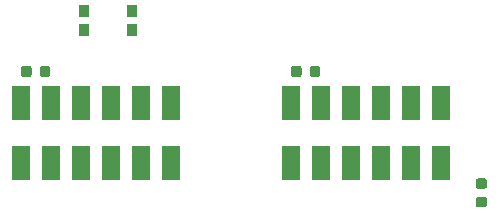
<source format=gbr>
G04 #@! TF.GenerationSoftware,KiCad,Pcbnew,5.1.4+dfsg1-1*
G04 #@! TF.CreationDate,2019-11-20T21:28:11-08:00*
G04 #@! TF.ProjectId,feather-wing-pmod,66656174-6865-4722-9d77-696e672d706d,rev?*
G04 #@! TF.SameCoordinates,PX791ddc0PY4d83c00*
G04 #@! TF.FileFunction,Paste,Top*
G04 #@! TF.FilePolarity,Positive*
%FSLAX46Y46*%
G04 Gerber Fmt 4.6, Leading zero omitted, Abs format (unit mm)*
G04 Created by KiCad (PCBNEW 5.1.4+dfsg1-1) date 2019-11-20 21:28:11*
%MOMM*%
%LPD*%
G04 APERTURE LIST*
%ADD10R,0.900000X1.000000*%
%ADD11R,1.500000X3.000000*%
%ADD12C,0.100000*%
%ADD13C,0.875000*%
G04 APERTURE END LIST*
D10*
X10559000Y-2705000D03*
X10559000Y-1105000D03*
X6459000Y-2705000D03*
X6459000Y-1105000D03*
D11*
X24003000Y-13970000D03*
X24003000Y-8890000D03*
X26543000Y-13970000D03*
X26543000Y-8890000D03*
X29083000Y-13970000D03*
X29083000Y-8890000D03*
X31623000Y-13970000D03*
X31623000Y-8890000D03*
X34163000Y-13970000D03*
X34163000Y-8890000D03*
X36703000Y-13970000D03*
X36703000Y-8890000D03*
X1143000Y-13970000D03*
X1143000Y-8890000D03*
X3683000Y-13970000D03*
X3683000Y-8890000D03*
X6223000Y-13970000D03*
X6223000Y-8890000D03*
X8763000Y-13970000D03*
X8763000Y-8890000D03*
X11303000Y-13970000D03*
X11303000Y-8890000D03*
X13843000Y-13970000D03*
X13843000Y-8890000D03*
D12*
G36*
X40409691Y-15286053D02*
G01*
X40430926Y-15289203D01*
X40451750Y-15294419D01*
X40471962Y-15301651D01*
X40491368Y-15310830D01*
X40509781Y-15321866D01*
X40527024Y-15334654D01*
X40542930Y-15349070D01*
X40557346Y-15364976D01*
X40570134Y-15382219D01*
X40581170Y-15400632D01*
X40590349Y-15420038D01*
X40597581Y-15440250D01*
X40602797Y-15461074D01*
X40605947Y-15482309D01*
X40607000Y-15503750D01*
X40607000Y-15941250D01*
X40605947Y-15962691D01*
X40602797Y-15983926D01*
X40597581Y-16004750D01*
X40590349Y-16024962D01*
X40581170Y-16044368D01*
X40570134Y-16062781D01*
X40557346Y-16080024D01*
X40542930Y-16095930D01*
X40527024Y-16110346D01*
X40509781Y-16123134D01*
X40491368Y-16134170D01*
X40471962Y-16143349D01*
X40451750Y-16150581D01*
X40430926Y-16155797D01*
X40409691Y-16158947D01*
X40388250Y-16160000D01*
X39875750Y-16160000D01*
X39854309Y-16158947D01*
X39833074Y-16155797D01*
X39812250Y-16150581D01*
X39792038Y-16143349D01*
X39772632Y-16134170D01*
X39754219Y-16123134D01*
X39736976Y-16110346D01*
X39721070Y-16095930D01*
X39706654Y-16080024D01*
X39693866Y-16062781D01*
X39682830Y-16044368D01*
X39673651Y-16024962D01*
X39666419Y-16004750D01*
X39661203Y-15983926D01*
X39658053Y-15962691D01*
X39657000Y-15941250D01*
X39657000Y-15503750D01*
X39658053Y-15482309D01*
X39661203Y-15461074D01*
X39666419Y-15440250D01*
X39673651Y-15420038D01*
X39682830Y-15400632D01*
X39693866Y-15382219D01*
X39706654Y-15364976D01*
X39721070Y-15349070D01*
X39736976Y-15334654D01*
X39754219Y-15321866D01*
X39772632Y-15310830D01*
X39792038Y-15301651D01*
X39812250Y-15294419D01*
X39833074Y-15289203D01*
X39854309Y-15286053D01*
X39875750Y-15285000D01*
X40388250Y-15285000D01*
X40409691Y-15286053D01*
X40409691Y-15286053D01*
G37*
D13*
X40132000Y-15722500D03*
D12*
G36*
X40409691Y-16861053D02*
G01*
X40430926Y-16864203D01*
X40451750Y-16869419D01*
X40471962Y-16876651D01*
X40491368Y-16885830D01*
X40509781Y-16896866D01*
X40527024Y-16909654D01*
X40542930Y-16924070D01*
X40557346Y-16939976D01*
X40570134Y-16957219D01*
X40581170Y-16975632D01*
X40590349Y-16995038D01*
X40597581Y-17015250D01*
X40602797Y-17036074D01*
X40605947Y-17057309D01*
X40607000Y-17078750D01*
X40607000Y-17516250D01*
X40605947Y-17537691D01*
X40602797Y-17558926D01*
X40597581Y-17579750D01*
X40590349Y-17599962D01*
X40581170Y-17619368D01*
X40570134Y-17637781D01*
X40557346Y-17655024D01*
X40542930Y-17670930D01*
X40527024Y-17685346D01*
X40509781Y-17698134D01*
X40491368Y-17709170D01*
X40471962Y-17718349D01*
X40451750Y-17725581D01*
X40430926Y-17730797D01*
X40409691Y-17733947D01*
X40388250Y-17735000D01*
X39875750Y-17735000D01*
X39854309Y-17733947D01*
X39833074Y-17730797D01*
X39812250Y-17725581D01*
X39792038Y-17718349D01*
X39772632Y-17709170D01*
X39754219Y-17698134D01*
X39736976Y-17685346D01*
X39721070Y-17670930D01*
X39706654Y-17655024D01*
X39693866Y-17637781D01*
X39682830Y-17619368D01*
X39673651Y-17599962D01*
X39666419Y-17579750D01*
X39661203Y-17558926D01*
X39658053Y-17537691D01*
X39657000Y-17516250D01*
X39657000Y-17078750D01*
X39658053Y-17057309D01*
X39661203Y-17036074D01*
X39666419Y-17015250D01*
X39673651Y-16995038D01*
X39682830Y-16975632D01*
X39693866Y-16957219D01*
X39706654Y-16939976D01*
X39721070Y-16924070D01*
X39736976Y-16909654D01*
X39754219Y-16896866D01*
X39772632Y-16885830D01*
X39792038Y-16876651D01*
X39812250Y-16869419D01*
X39833074Y-16864203D01*
X39854309Y-16861053D01*
X39875750Y-16860000D01*
X40388250Y-16860000D01*
X40409691Y-16861053D01*
X40409691Y-16861053D01*
G37*
D13*
X40132000Y-17297500D03*
D12*
G36*
X26300691Y-5749053D02*
G01*
X26321926Y-5752203D01*
X26342750Y-5757419D01*
X26362962Y-5764651D01*
X26382368Y-5773830D01*
X26400781Y-5784866D01*
X26418024Y-5797654D01*
X26433930Y-5812070D01*
X26448346Y-5827976D01*
X26461134Y-5845219D01*
X26472170Y-5863632D01*
X26481349Y-5883038D01*
X26488581Y-5903250D01*
X26493797Y-5924074D01*
X26496947Y-5945309D01*
X26498000Y-5966750D01*
X26498000Y-6479250D01*
X26496947Y-6500691D01*
X26493797Y-6521926D01*
X26488581Y-6542750D01*
X26481349Y-6562962D01*
X26472170Y-6582368D01*
X26461134Y-6600781D01*
X26448346Y-6618024D01*
X26433930Y-6633930D01*
X26418024Y-6648346D01*
X26400781Y-6661134D01*
X26382368Y-6672170D01*
X26362962Y-6681349D01*
X26342750Y-6688581D01*
X26321926Y-6693797D01*
X26300691Y-6696947D01*
X26279250Y-6698000D01*
X25841750Y-6698000D01*
X25820309Y-6696947D01*
X25799074Y-6693797D01*
X25778250Y-6688581D01*
X25758038Y-6681349D01*
X25738632Y-6672170D01*
X25720219Y-6661134D01*
X25702976Y-6648346D01*
X25687070Y-6633930D01*
X25672654Y-6618024D01*
X25659866Y-6600781D01*
X25648830Y-6582368D01*
X25639651Y-6562962D01*
X25632419Y-6542750D01*
X25627203Y-6521926D01*
X25624053Y-6500691D01*
X25623000Y-6479250D01*
X25623000Y-5966750D01*
X25624053Y-5945309D01*
X25627203Y-5924074D01*
X25632419Y-5903250D01*
X25639651Y-5883038D01*
X25648830Y-5863632D01*
X25659866Y-5845219D01*
X25672654Y-5827976D01*
X25687070Y-5812070D01*
X25702976Y-5797654D01*
X25720219Y-5784866D01*
X25738632Y-5773830D01*
X25758038Y-5764651D01*
X25778250Y-5757419D01*
X25799074Y-5752203D01*
X25820309Y-5749053D01*
X25841750Y-5748000D01*
X26279250Y-5748000D01*
X26300691Y-5749053D01*
X26300691Y-5749053D01*
G37*
D13*
X26060500Y-6223000D03*
D12*
G36*
X24725691Y-5749053D02*
G01*
X24746926Y-5752203D01*
X24767750Y-5757419D01*
X24787962Y-5764651D01*
X24807368Y-5773830D01*
X24825781Y-5784866D01*
X24843024Y-5797654D01*
X24858930Y-5812070D01*
X24873346Y-5827976D01*
X24886134Y-5845219D01*
X24897170Y-5863632D01*
X24906349Y-5883038D01*
X24913581Y-5903250D01*
X24918797Y-5924074D01*
X24921947Y-5945309D01*
X24923000Y-5966750D01*
X24923000Y-6479250D01*
X24921947Y-6500691D01*
X24918797Y-6521926D01*
X24913581Y-6542750D01*
X24906349Y-6562962D01*
X24897170Y-6582368D01*
X24886134Y-6600781D01*
X24873346Y-6618024D01*
X24858930Y-6633930D01*
X24843024Y-6648346D01*
X24825781Y-6661134D01*
X24807368Y-6672170D01*
X24787962Y-6681349D01*
X24767750Y-6688581D01*
X24746926Y-6693797D01*
X24725691Y-6696947D01*
X24704250Y-6698000D01*
X24266750Y-6698000D01*
X24245309Y-6696947D01*
X24224074Y-6693797D01*
X24203250Y-6688581D01*
X24183038Y-6681349D01*
X24163632Y-6672170D01*
X24145219Y-6661134D01*
X24127976Y-6648346D01*
X24112070Y-6633930D01*
X24097654Y-6618024D01*
X24084866Y-6600781D01*
X24073830Y-6582368D01*
X24064651Y-6562962D01*
X24057419Y-6542750D01*
X24052203Y-6521926D01*
X24049053Y-6500691D01*
X24048000Y-6479250D01*
X24048000Y-5966750D01*
X24049053Y-5945309D01*
X24052203Y-5924074D01*
X24057419Y-5903250D01*
X24064651Y-5883038D01*
X24073830Y-5863632D01*
X24084866Y-5845219D01*
X24097654Y-5827976D01*
X24112070Y-5812070D01*
X24127976Y-5797654D01*
X24145219Y-5784866D01*
X24163632Y-5773830D01*
X24183038Y-5764651D01*
X24203250Y-5757419D01*
X24224074Y-5752203D01*
X24245309Y-5749053D01*
X24266750Y-5748000D01*
X24704250Y-5748000D01*
X24725691Y-5749053D01*
X24725691Y-5749053D01*
G37*
D13*
X24485500Y-6223000D03*
D12*
G36*
X3440691Y-5749053D02*
G01*
X3461926Y-5752203D01*
X3482750Y-5757419D01*
X3502962Y-5764651D01*
X3522368Y-5773830D01*
X3540781Y-5784866D01*
X3558024Y-5797654D01*
X3573930Y-5812070D01*
X3588346Y-5827976D01*
X3601134Y-5845219D01*
X3612170Y-5863632D01*
X3621349Y-5883038D01*
X3628581Y-5903250D01*
X3633797Y-5924074D01*
X3636947Y-5945309D01*
X3638000Y-5966750D01*
X3638000Y-6479250D01*
X3636947Y-6500691D01*
X3633797Y-6521926D01*
X3628581Y-6542750D01*
X3621349Y-6562962D01*
X3612170Y-6582368D01*
X3601134Y-6600781D01*
X3588346Y-6618024D01*
X3573930Y-6633930D01*
X3558024Y-6648346D01*
X3540781Y-6661134D01*
X3522368Y-6672170D01*
X3502962Y-6681349D01*
X3482750Y-6688581D01*
X3461926Y-6693797D01*
X3440691Y-6696947D01*
X3419250Y-6698000D01*
X2981750Y-6698000D01*
X2960309Y-6696947D01*
X2939074Y-6693797D01*
X2918250Y-6688581D01*
X2898038Y-6681349D01*
X2878632Y-6672170D01*
X2860219Y-6661134D01*
X2842976Y-6648346D01*
X2827070Y-6633930D01*
X2812654Y-6618024D01*
X2799866Y-6600781D01*
X2788830Y-6582368D01*
X2779651Y-6562962D01*
X2772419Y-6542750D01*
X2767203Y-6521926D01*
X2764053Y-6500691D01*
X2763000Y-6479250D01*
X2763000Y-5966750D01*
X2764053Y-5945309D01*
X2767203Y-5924074D01*
X2772419Y-5903250D01*
X2779651Y-5883038D01*
X2788830Y-5863632D01*
X2799866Y-5845219D01*
X2812654Y-5827976D01*
X2827070Y-5812070D01*
X2842976Y-5797654D01*
X2860219Y-5784866D01*
X2878632Y-5773830D01*
X2898038Y-5764651D01*
X2918250Y-5757419D01*
X2939074Y-5752203D01*
X2960309Y-5749053D01*
X2981750Y-5748000D01*
X3419250Y-5748000D01*
X3440691Y-5749053D01*
X3440691Y-5749053D01*
G37*
D13*
X3200500Y-6223000D03*
D12*
G36*
X1865691Y-5749053D02*
G01*
X1886926Y-5752203D01*
X1907750Y-5757419D01*
X1927962Y-5764651D01*
X1947368Y-5773830D01*
X1965781Y-5784866D01*
X1983024Y-5797654D01*
X1998930Y-5812070D01*
X2013346Y-5827976D01*
X2026134Y-5845219D01*
X2037170Y-5863632D01*
X2046349Y-5883038D01*
X2053581Y-5903250D01*
X2058797Y-5924074D01*
X2061947Y-5945309D01*
X2063000Y-5966750D01*
X2063000Y-6479250D01*
X2061947Y-6500691D01*
X2058797Y-6521926D01*
X2053581Y-6542750D01*
X2046349Y-6562962D01*
X2037170Y-6582368D01*
X2026134Y-6600781D01*
X2013346Y-6618024D01*
X1998930Y-6633930D01*
X1983024Y-6648346D01*
X1965781Y-6661134D01*
X1947368Y-6672170D01*
X1927962Y-6681349D01*
X1907750Y-6688581D01*
X1886926Y-6693797D01*
X1865691Y-6696947D01*
X1844250Y-6698000D01*
X1406750Y-6698000D01*
X1385309Y-6696947D01*
X1364074Y-6693797D01*
X1343250Y-6688581D01*
X1323038Y-6681349D01*
X1303632Y-6672170D01*
X1285219Y-6661134D01*
X1267976Y-6648346D01*
X1252070Y-6633930D01*
X1237654Y-6618024D01*
X1224866Y-6600781D01*
X1213830Y-6582368D01*
X1204651Y-6562962D01*
X1197419Y-6542750D01*
X1192203Y-6521926D01*
X1189053Y-6500691D01*
X1188000Y-6479250D01*
X1188000Y-5966750D01*
X1189053Y-5945309D01*
X1192203Y-5924074D01*
X1197419Y-5903250D01*
X1204651Y-5883038D01*
X1213830Y-5863632D01*
X1224866Y-5845219D01*
X1237654Y-5827976D01*
X1252070Y-5812070D01*
X1267976Y-5797654D01*
X1285219Y-5784866D01*
X1303632Y-5773830D01*
X1323038Y-5764651D01*
X1343250Y-5757419D01*
X1364074Y-5752203D01*
X1385309Y-5749053D01*
X1406750Y-5748000D01*
X1844250Y-5748000D01*
X1865691Y-5749053D01*
X1865691Y-5749053D01*
G37*
D13*
X1625500Y-6223000D03*
M02*

</source>
